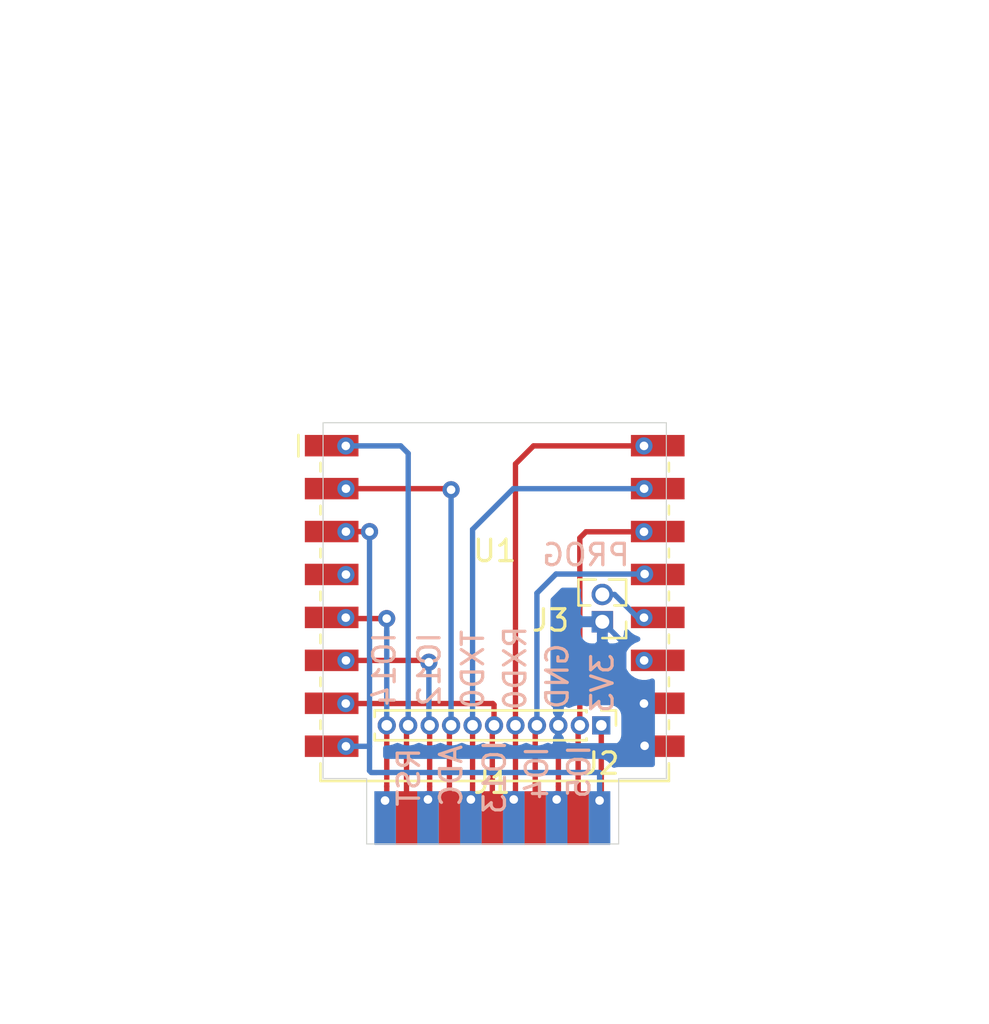
<source format=kicad_pcb>
(kicad_pcb (version 20171130) (host pcbnew 5.1.9+dfsg1-1)

  (general
    (thickness 1)
    (drawings 24)
    (tracks 142)
    (zones 0)
    (modules 4)
    (nets 15)
  )

  (page A4)
  (layers
    (0 F.Cu signal)
    (31 B.Cu signal)
    (32 B.Adhes user)
    (33 F.Adhes user)
    (34 B.Paste user)
    (35 F.Paste user)
    (36 B.SilkS user)
    (37 F.SilkS user)
    (38 B.Mask user)
    (39 F.Mask user)
    (40 Dwgs.User user)
    (41 Cmts.User user)
    (42 Eco1.User user)
    (43 Eco2.User user)
    (44 Edge.Cuts user)
    (45 Margin user)
    (46 B.CrtYd user)
    (47 F.CrtYd user)
    (48 B.Fab user)
    (49 F.Fab user)
  )

  (setup
    (last_trace_width 0.25)
    (trace_clearance 0.2)
    (zone_clearance 0.508)
    (zone_45_only no)
    (trace_min 0.2)
    (via_size 0.8)
    (via_drill 0.4)
    (via_min_size 0.4)
    (via_min_drill 0.3)
    (user_via 0.5 0.4)
    (uvia_size 0.3)
    (uvia_drill 0.1)
    (uvias_allowed no)
    (uvia_min_size 0.2)
    (uvia_min_drill 0.1)
    (edge_width 0.05)
    (segment_width 0.2)
    (pcb_text_width 0.3)
    (pcb_text_size 1.5 1.5)
    (mod_edge_width 0.12)
    (mod_text_size 1 1)
    (mod_text_width 0.15)
    (pad_size 1.524 1.524)
    (pad_drill 0.762)
    (pad_to_mask_clearance 0)
    (aux_axis_origin 0 0)
    (visible_elements FFFFFF7F)
    (pcbplotparams
      (layerselection 0x3fffc_ffffffff)
      (usegerberextensions false)
      (usegerberattributes true)
      (usegerberadvancedattributes true)
      (creategerberjobfile true)
      (excludeedgelayer true)
      (linewidth 0.100000)
      (plotframeref false)
      (viasonmask false)
      (mode 1)
      (useauxorigin false)
      (hpglpennumber 1)
      (hpglpenspeed 20)
      (hpglpendiameter 15.000000)
      (psnegative false)
      (psa4output false)
      (plotreference true)
      (plotvalue true)
      (plotinvisibletext false)
      (padsonsilk false)
      (subtractmaskfromsilk false)
      (outputformat 1)
      (mirror false)
      (drillshape 0)
      (scaleselection 1)
      (outputdirectory "gerber/"))
  )

  (net 0 "")
  (net 1 IO14)
  (net 2 3V3)
  (net 3 GND)
  (net 4 RXD0)
  (net 5 IO12)
  (net 6 TXD0)
  (net 7 IO5)
  (net 8 IO4)
  (net 9 IO13)
  (net 10 RST)
  (net 11 "Net-(U1-Pad11)")
  (net 12 "Net-(U1-Pad4)")
  (net 13 ADC)
  (net 14 /PROG)

  (net_class Default "This is the default net class."
    (clearance 0.2)
    (trace_width 0.25)
    (via_dia 0.8)
    (via_drill 0.4)
    (uvia_dia 0.3)
    (uvia_drill 0.1)
    (add_net /PROG)
    (add_net 3V3)
    (add_net ADC)
    (add_net GND)
    (add_net IO12)
    (add_net IO13)
    (add_net IO14)
    (add_net IO4)
    (add_net IO5)
    (add_net "Net-(U1-Pad11)")
    (add_net "Net-(U1-Pad4)")
    (add_net RST)
    (add_net RXD0)
    (add_net TXD0)
  )

  (module RF_Module:ESP-07 (layer F.Cu) (tedit 5B1D6972) (tstamp 60E5B907)
    (at 153.035 94.996)
    (descr "Wi-Fi Module, http://wiki.ai-thinker.com/_media/esp8266/docs/a007ps01a2_esp-07_product_specification_v1.2.pdf")
    (tags "Wi-Fi Module")
    (path /60E79C90)
    (attr smd)
    (fp_text reference U1 (at 0 0) (layer F.SilkS)
      (effects (font (size 1 1) (thickness 0.15)))
    )
    (fp_text value ESP-07 (at 0 9.6) (layer F.Fab)
      (effects (font (size 1 1) (thickness 0.15)))
    )
    (fp_line (start 8.12 -3.7) (end 8.12 -4.1) (layer F.SilkS) (width 0.12))
    (fp_line (start -8.12 -3.7) (end -8.12 -4.1) (layer F.SilkS) (width 0.12))
    (fp_line (start 8.12 -1.7) (end 8.12 -2.1) (layer F.SilkS) (width 0.12))
    (fp_line (start -8.12 -1.7) (end -8.12 -2.1) (layer F.SilkS) (width 0.12))
    (fp_line (start 8.12 0.3) (end 8.12 -0.1) (layer F.SilkS) (width 0.12))
    (fp_line (start -8.12 0.3) (end -8.12 -0.1) (layer F.SilkS) (width 0.12))
    (fp_line (start 8.12 2.3) (end 8.12 1.9) (layer F.SilkS) (width 0.12))
    (fp_line (start -8.12 2.3) (end -8.12 1.9) (layer F.SilkS) (width 0.12))
    (fp_line (start 8.12 4.3) (end 8.12 3.9) (layer F.SilkS) (width 0.12))
    (fp_line (start -8.12 4.3) (end -8.12 3.9) (layer F.SilkS) (width 0.12))
    (fp_line (start 8.12 6.3) (end 8.12 5.9) (layer F.SilkS) (width 0.12))
    (fp_line (start -8.12 6.3) (end -8.12 5.9) (layer F.SilkS) (width 0.12))
    (fp_line (start 8.12 8.3) (end 8.12 7.9) (layer F.SilkS) (width 0.12))
    (fp_line (start -8.12 8.3) (end -8.12 7.9) (layer F.SilkS) (width 0.12))
    (fp_line (start 23 -8.6) (end 20.4 -6) (layer Dwgs.User) (width 0.12))
    (fp_line (start 23 -11.6) (end 17.4 -6) (layer Dwgs.User) (width 0.12))
    (fp_line (start 23 -14.6) (end 14.4 -6) (layer Dwgs.User) (width 0.12))
    (fp_line (start 23 -17.6) (end 11.4 -6) (layer Dwgs.User) (width 0.12))
    (fp_line (start 23 -20.6) (end 8.4 -6) (layer Dwgs.User) (width 0.12))
    (fp_line (start 5.4 -6) (end 23 -23.6) (layer Dwgs.User) (width 0.12))
    (fp_line (start 19 -25.6) (end -0.6 -6) (layer Dwgs.User) (width 0.12))
    (fp_line (start 16 -25.6) (end -3.6 -6) (layer Dwgs.User) (width 0.12))
    (fp_line (start 2.4 -6) (end 22 -25.6) (layer Dwgs.User) (width 0.12))
    (fp_line (start 7 -25.6) (end -12.6 -6) (layer Dwgs.User) (width 0.12))
    (fp_line (start 10 -25.6) (end -9.6 -6) (layer Dwgs.User) (width 0.12))
    (fp_line (start -6.6 -6) (end 13 -25.6) (layer Dwgs.User) (width 0.12))
    (fp_line (start -15.6 -6) (end 4 -25.6) (layer Dwgs.User) (width 0.12))
    (fp_line (start 1 -25.6) (end -18.6 -6) (layer Dwgs.User) (width 0.12))
    (fp_line (start -2 -25.6) (end -21.6 -6) (layer Dwgs.User) (width 0.12))
    (fp_line (start -5 -25.6) (end -23 -7.6) (layer Dwgs.User) (width 0.12))
    (fp_line (start -8 -25.6) (end -23 -10.6) (layer Dwgs.User) (width 0.12))
    (fp_line (start -11 -25.6) (end -23 -13.6) (layer Dwgs.User) (width 0.12))
    (fp_line (start -14 -25.6) (end -23 -16.6) (layer Dwgs.User) (width 0.12))
    (fp_line (start -17 -25.6) (end -23 -19.6) (layer Dwgs.User) (width 0.12))
    (fp_line (start -20 -25.6) (end -23 -22.6) (layer Dwgs.User) (width 0.12))
    (fp_line (start 23 -6) (end 23 -25.6) (layer Dwgs.User) (width 0.12))
    (fp_line (start 23 -6) (end -23 -6) (layer Dwgs.User) (width 0.12))
    (fp_line (start -23 -25.6) (end -23 -6) (layer Dwgs.User) (width 0.12))
    (fp_line (start -23 -25.6) (end 23 -25.6) (layer Dwgs.User) (width 0.12))
    (fp_line (start -9.15 -5.4) (end -9.15 -4.4) (layer F.SilkS) (width 0.12))
    (fp_line (start -8.12 10.72) (end -8.12 9.9) (layer F.SilkS) (width 0.12))
    (fp_line (start 8.12 10.72) (end -8.12 10.72) (layer F.SilkS) (width 0.12))
    (fp_line (start 8.12 9.9) (end 8.12 10.72) (layer F.SilkS) (width 0.12))
    (fp_line (start -9.1 10.85) (end -9.1 -10.85) (layer F.CrtYd) (width 0.05))
    (fp_line (start 9.1 10.85) (end -9.1 10.85) (layer F.CrtYd) (width 0.05))
    (fp_line (start 9.1 -10.85) (end 9.1 10.85) (layer F.CrtYd) (width 0.05))
    (fp_line (start -9.1 -10.85) (end 9.1 -10.85) (layer F.CrtYd) (width 0.05))
    (fp_line (start -8 -5.4) (end -8 -10.6) (layer F.Fab) (width 0.1))
    (fp_line (start -7.5 -4.9) (end -8 -5.4) (layer F.Fab) (width 0.1))
    (fp_line (start -8 -4.4) (end -7.5 -4.9) (layer F.Fab) (width 0.1))
    (fp_line (start -8 10.6) (end -8 -4.4) (layer F.Fab) (width 0.1))
    (fp_line (start 8 10.6) (end -8 10.6) (layer F.Fab) (width 0.1))
    (fp_line (start 8 -10.6) (end 8 10.6) (layer F.Fab) (width 0.1))
    (fp_line (start -8 -10.6) (end 8 -10.6) (layer F.Fab) (width 0.1))
    (fp_text user "No metal, traces, or components\non any PCB layer if using on-board antenna" (at 0 -14.3 180) (layer Cmts.User)
      (effects (font (size 0.8 0.8) (thickness 0.12)))
    )
    (fp_text user "KEEP-OUT ZONE" (at 0 -17.3 180) (layer Cmts.User)
      (effects (font (size 1 1) (thickness 0.15)))
    )
    (fp_text user %R (at 0 0) (layer F.Fab)
      (effects (font (size 1 1) (thickness 0.15)))
    )
    (pad 1 smd rect (at -7.6 -4.9) (size 2.5 1) (layers F.Cu F.Paste F.Mask)
      (net 10 RST))
    (pad 2 smd rect (at -7.6 -2.9) (size 2.5 1) (layers F.Cu F.Paste F.Mask)
      (net 13 ADC))
    (pad 3 smd rect (at -7.6 -0.9) (size 2.5 1) (layers F.Cu F.Paste F.Mask)
      (net 2 3V3))
    (pad 4 smd rect (at -7.6 1.1) (size 2.5 1) (layers F.Cu F.Paste F.Mask)
      (net 12 "Net-(U1-Pad4)"))
    (pad 5 smd rect (at -7.6 3.1) (size 2.5 1) (layers F.Cu F.Paste F.Mask)
      (net 1 IO14))
    (pad 6 smd rect (at -7.6 5.1) (size 2.5 1) (layers F.Cu F.Paste F.Mask)
      (net 5 IO12))
    (pad 7 smd rect (at -7.6 7.1) (size 2.5 1) (layers F.Cu F.Paste F.Mask)
      (net 9 IO13))
    (pad 8 smd rect (at -7.6 9.1) (size 2.5 1) (layers F.Cu F.Paste F.Mask)
      (net 2 3V3))
    (pad 9 smd rect (at 7.6 9.1) (size 2.5 1) (layers F.Cu F.Paste F.Mask)
      (net 3 GND))
    (pad 10 smd rect (at 7.6 7.1) (size 2.5 1) (layers F.Cu F.Paste F.Mask)
      (net 3 GND))
    (pad 11 smd rect (at 7.6 5.1) (size 2.5 1) (layers F.Cu F.Paste F.Mask)
      (net 11 "Net-(U1-Pad11)"))
    (pad 12 smd rect (at 7.6 3.1) (size 2.5 1) (layers F.Cu F.Paste F.Mask)
      (net 14 /PROG))
    (pad 13 smd rect (at 7.6 1.1) (size 2.5 1) (layers F.Cu F.Paste F.Mask)
      (net 8 IO4))
    (pad 14 smd rect (at 7.6 -0.9) (size 2.5 1) (layers F.Cu F.Paste F.Mask)
      (net 7 IO5))
    (pad 15 smd rect (at 7.6 -2.9) (size 2.5 1) (layers F.Cu F.Paste F.Mask)
      (net 6 TXD0))
    (pad 16 smd rect (at 7.6 -4.9) (size 2.5 1) (layers F.Cu F.Paste F.Mask)
      (net 4 RXD0))
    (model ${KISYS3DMOD}/RF_Module.3dshapes/ESP-07.wrl
      (at (xyz 0 0 0))
      (scale (xyz 1 1 1))
      (rotate (xyz 0 0 0))
    )
  )

  (module edge-conn:edge-conn (layer F.Cu) (tedit 60E935E4) (tstamp 60E597D5)
    (at 152.9245 107.442)
    (path /60E57A3E)
    (fp_text reference J1 (at -0.016 -1.651) (layer F.SilkS)
      (effects (font (size 1 1) (thickness 0.15)))
    )
    (fp_text value Conn_01x11_Male (at 0 5.1) (layer F.Fab)
      (effects (font (size 1 1) (thickness 0.15)))
    )
    (pad 11 connect rect (at -5 0) (size 1 2.5) (layers B.Cu B.Mask)
      (net 1 IO14) (clearance 0.01))
    (pad 1 connect rect (at 5 0) (size 1 2.5) (layers B.Cu B.Mask)
      (net 2 3V3) (clearance 0.01))
    (pad 3 connect rect (at 3 0) (size 1 2.5) (layers B.Cu B.Mask)
      (net 3 GND) (clearance 0.01))
    (pad 5 connect rect (at 1 0) (size 1 2.5) (layers B.Cu B.Mask)
      (net 4 RXD0) (clearance 0.01))
    (pad 9 connect rect (at -3 0) (size 1 2.5) (layers B.Cu B.Mask)
      (net 5 IO12) (clearance 0.01))
    (pad 7 connect rect (at -1 0) (size 1 2.5) (layers B.Cu B.Mask)
      (net 6 TXD0) (clearance 0.01))
    (pad 2 connect rect (at 4 0) (size 1 2.5) (layers F.Cu F.Mask)
      (net 7 IO5) (clearance 0.01))
    (pad 4 connect rect (at 2 0) (size 1 2.5) (layers F.Cu F.Mask)
      (net 8 IO4) (clearance 0.01))
    (pad 6 connect rect (at 0 0) (size 1 2.5) (layers F.Cu F.Mask)
      (net 9 IO13) (clearance 0.01))
    (pad 8 connect rect (at -2 0) (size 1 2.5) (layers F.Cu F.Mask)
      (net 13 ADC) (clearance 0.01))
    (pad 10 connect rect (at -4 0) (size 1 2.5) (layers F.Cu F.Mask)
      (net 10 RST) (clearance 0.01))
  )

  (module Connector_PinHeader_1.27mm:PinHeader_1x02_P1.27mm_Vertical (layer F.Cu) (tedit 59FED6E3) (tstamp 60E5CC32)
    (at 158.0515 98.298 180)
    (descr "Through hole straight pin header, 1x02, 1.27mm pitch, single row")
    (tags "Through hole pin header THT 1x02 1.27mm single row")
    (path /60E850A3)
    (fp_text reference J3 (at 2.413 0.0635) (layer F.SilkS)
      (effects (font (size 1 1) (thickness 0.15)))
    )
    (fp_text value Conn_01x02_Male (at 0 2.965) (layer F.Fab)
      (effects (font (size 1 1) (thickness 0.15)))
    )
    (fp_line (start -0.525 -0.635) (end 1.05 -0.635) (layer F.Fab) (width 0.1))
    (fp_line (start 1.05 -0.635) (end 1.05 1.905) (layer F.Fab) (width 0.1))
    (fp_line (start 1.05 1.905) (end -1.05 1.905) (layer F.Fab) (width 0.1))
    (fp_line (start -1.05 1.905) (end -1.05 -0.11) (layer F.Fab) (width 0.1))
    (fp_line (start -1.05 -0.11) (end -0.525 -0.635) (layer F.Fab) (width 0.1))
    (fp_line (start -1.11 1.965) (end -0.30753 1.965) (layer F.SilkS) (width 0.12))
    (fp_line (start 0.30753 1.965) (end 1.11 1.965) (layer F.SilkS) (width 0.12))
    (fp_line (start -1.11 0.76) (end -1.11 1.965) (layer F.SilkS) (width 0.12))
    (fp_line (start 1.11 0.76) (end 1.11 1.965) (layer F.SilkS) (width 0.12))
    (fp_line (start -1.11 0.76) (end -0.563471 0.76) (layer F.SilkS) (width 0.12))
    (fp_line (start 0.563471 0.76) (end 1.11 0.76) (layer F.SilkS) (width 0.12))
    (fp_line (start -1.11 0) (end -1.11 -0.76) (layer F.SilkS) (width 0.12))
    (fp_line (start -1.11 -0.76) (end 0 -0.76) (layer F.SilkS) (width 0.12))
    (fp_line (start -1.55 -1.15) (end -1.55 2.45) (layer F.CrtYd) (width 0.05))
    (fp_line (start -1.55 2.45) (end 1.55 2.45) (layer F.CrtYd) (width 0.05))
    (fp_line (start 1.55 2.45) (end 1.55 -1.15) (layer F.CrtYd) (width 0.05))
    (fp_line (start 1.55 -1.15) (end -1.55 -1.15) (layer F.CrtYd) (width 0.05))
    (fp_text user %R (at 2.413 0.0635 180) (layer F.Fab)
      (effects (font (size 1 1) (thickness 0.15)))
    )
    (pad 2 thru_hole oval (at 0 1.27 180) (size 1 1) (drill 0.65) (layers *.Cu *.Mask)
      (net 14 /PROG))
    (pad 1 thru_hole rect (at 0 0 180) (size 1 1) (drill 0.65) (layers *.Cu *.Mask)
      (net 3 GND))
    (model ${KISYS3DMOD}/Connector_PinHeader_1.27mm.3dshapes/PinHeader_1x02_P1.27mm_Vertical.wrl
      (at (xyz 0 0 0))
      (scale (xyz 1 1 1))
      (rotate (xyz 0 0 0))
    )
  )

  (module Connector_PinHeader_1.00mm:PinHeader_1x11_P1.00mm_Vertical (layer F.Cu) (tedit 59FED738) (tstamp 60E5AFF9)
    (at 158.003 103.124 270)
    (descr "Through hole straight pin header, 1x11, 1.00mm pitch, single row")
    (tags "Through hole pin header THT 1x11 1.00mm single row")
    (path /60E768CC)
    (fp_text reference J2 (at 1.778 0.015 180) (layer F.SilkS)
      (effects (font (size 1 1) (thickness 0.15)))
    )
    (fp_text value Conn_01x11_Male (at 0 11.56 90) (layer F.Fab)
      (effects (font (size 1 1) (thickness 0.15)))
    )
    (fp_line (start -0.3175 -0.5) (end 0.635 -0.5) (layer F.Fab) (width 0.1))
    (fp_line (start 0.635 -0.5) (end 0.635 10.5) (layer F.Fab) (width 0.1))
    (fp_line (start 0.635 10.5) (end -0.635 10.5) (layer F.Fab) (width 0.1))
    (fp_line (start -0.635 10.5) (end -0.635 -0.1825) (layer F.Fab) (width 0.1))
    (fp_line (start -0.635 -0.1825) (end -0.3175 -0.5) (layer F.Fab) (width 0.1))
    (fp_line (start -0.695 10.56) (end -0.394493 10.56) (layer F.SilkS) (width 0.12))
    (fp_line (start 0.394493 10.56) (end 0.695 10.56) (layer F.SilkS) (width 0.12))
    (fp_line (start -0.695 0.685) (end -0.695 10.56) (layer F.SilkS) (width 0.12))
    (fp_line (start 0.695 0.685) (end 0.695 10.56) (layer F.SilkS) (width 0.12))
    (fp_line (start -0.695 0.685) (end -0.608276 0.685) (layer F.SilkS) (width 0.12))
    (fp_line (start 0.608276 0.685) (end 0.695 0.685) (layer F.SilkS) (width 0.12))
    (fp_line (start -0.695 0) (end -0.695 -0.685) (layer F.SilkS) (width 0.12))
    (fp_line (start -0.695 -0.685) (end 0 -0.685) (layer F.SilkS) (width 0.12))
    (fp_line (start -1.15 -1) (end -1.15 11) (layer F.CrtYd) (width 0.05))
    (fp_line (start -1.15 11) (end 1.15 11) (layer F.CrtYd) (width 0.05))
    (fp_line (start 1.15 11) (end 1.15 -1) (layer F.CrtYd) (width 0.05))
    (fp_line (start 1.15 -1) (end -1.15 -1) (layer F.CrtYd) (width 0.05))
    (fp_text user %R (at 0 5) (layer F.Fab)
      (effects (font (size 0.76 0.76) (thickness 0.114)))
    )
    (pad 11 thru_hole oval (at 0 10 270) (size 0.85 0.85) (drill 0.5) (layers *.Cu *.Mask)
      (net 1 IO14))
    (pad 10 thru_hole oval (at 0 9 270) (size 0.85 0.85) (drill 0.5) (layers *.Cu *.Mask)
      (net 10 RST))
    (pad 9 thru_hole oval (at 0 8 270) (size 0.85 0.85) (drill 0.5) (layers *.Cu *.Mask)
      (net 5 IO12))
    (pad 8 thru_hole oval (at 0 7 270) (size 0.85 0.85) (drill 0.5) (layers *.Cu *.Mask)
      (net 13 ADC))
    (pad 7 thru_hole oval (at 0 6 270) (size 0.85 0.85) (drill 0.5) (layers *.Cu *.Mask)
      (net 6 TXD0))
    (pad 6 thru_hole oval (at 0 5 270) (size 0.85 0.85) (drill 0.5) (layers *.Cu *.Mask)
      (net 9 IO13))
    (pad 5 thru_hole oval (at 0 4 270) (size 0.85 0.85) (drill 0.5) (layers *.Cu *.Mask)
      (net 4 RXD0))
    (pad 4 thru_hole oval (at 0 3 270) (size 0.85 0.85) (drill 0.5) (layers *.Cu *.Mask)
      (net 8 IO4))
    (pad 3 thru_hole oval (at 0 2 270) (size 0.85 0.85) (drill 0.5) (layers *.Cu *.Mask)
      (net 3 GND))
    (pad 2 thru_hole oval (at 0 1 270) (size 0.85 0.85) (drill 0.5) (layers *.Cu *.Mask)
      (net 7 IO5))
    (pad 1 thru_hole rect (at 0 0 270) (size 0.85 0.85) (drill 0.5) (layers *.Cu *.Mask)
      (net 2 3V3))
    (model ${KISYS3DMOD}/Connector_PinHeader_1.00mm.3dshapes/PinHeader_1x11_P1.00mm_Vertical.wrl
      (at (xyz 0 0 0))
      (scale (xyz 1 1 1))
      (rotate (xyz 0 0 0))
    )
  )

  (gr_text PROG (at 157.2895 95.1865) (layer B.SilkS)
    (effects (font (size 1 1) (thickness 0.15)) (justify mirror))
  )
  (gr_text 3V3 (at 158.0515 101.1555 90) (layer B.SilkS)
    (effects (font (size 1 1) (thickness 0.15)) (justify mirror))
  )
  (gr_text IO5 (at 156.972 105.283 90) (layer B.SilkS)
    (effects (font (size 1 1) (thickness 0.15)) (justify mirror))
  )
  (gr_text GND (at 155.956 100.838 90) (layer B.SilkS)
    (effects (font (size 1 1) (thickness 0.15)) (justify mirror))
  )
  (gr_text IO4 (at 155.0035 105.3465 90) (layer B.SilkS)
    (effects (font (size 1 1) (thickness 0.15)) (justify mirror))
  )
  (gr_text RXD0 (at 153.9875 100.457 90) (layer B.SilkS)
    (effects (font (size 1 1) (thickness 0.15)) (justify mirror))
  )
  (gr_text IO13 (at 153.035 105.537 90) (layer B.SilkS) (tstamp 60E5CBCD)
    (effects (font (size 1 1) (thickness 0.15)) (justify mirror))
  )
  (gr_text TXD0 (at 152.019 100.5205 90) (layer B.SilkS)
    (effects (font (size 1 1) (thickness 0.15)) (justify mirror))
  )
  (gr_text ADC (at 151.003 105.4735 90) (layer B.SilkS)
    (effects (font (size 1 1) (thickness 0.15)) (justify mirror))
  )
  (gr_text IO12 (at 149.987 100.5205 90) (layer B.SilkS)
    (effects (font (size 1 1) (thickness 0.15)) (justify mirror))
  )
  (gr_text RST (at 149.0345 105.537 90) (layer B.SilkS)
    (effects (font (size 1 1) (thickness 0.15)) (justify mirror))
  )
  (gr_text IO14 (at 147.8915 100.5205 90) (layer B.SilkS)
    (effects (font (size 1 1) (thickness 0.15)) (justify mirror))
  )
  (dimension 16.001001 (width 0.15) (layer Dwgs.User)
    (gr_text "16,001 mm" (at 153.037902 117.69325 0.01611343047) (layer Dwgs.User)
      (effects (font (size 1 1) (thickness 0.15)))
    )
    (feature1 (pts (xy 145.034 105.6005) (xy 145.037201 116.98192)))
    (feature2 (pts (xy 161.035 105.596) (xy 161.038201 116.97742)))
    (crossbar (pts (xy 161.038036 116.391) (xy 145.037036 116.3955)))
    (arrow1a (pts (xy 145.037036 116.3955) (xy 146.163375 115.808762)))
    (arrow1b (pts (xy 145.037036 116.3955) (xy 146.163705 116.981604)))
    (arrow2a (pts (xy 161.038036 116.391) (xy 159.911367 115.804896)))
    (arrow2b (pts (xy 161.038036 116.391) (xy 159.911697 116.977738)))
  )
  (dimension 3.048 (width 0.15) (layer Dwgs.User)
    (gr_text "3,048 mm" (at 168.3685 107.1245 270) (layer Dwgs.User)
      (effects (font (size 1 1) (thickness 0.15)))
    )
    (feature1 (pts (xy 158.8135 108.6485) (xy 167.654921 108.6485)))
    (feature2 (pts (xy 158.8135 105.6005) (xy 167.654921 105.6005)))
    (crossbar (pts (xy 167.0685 105.6005) (xy 167.0685 108.6485)))
    (arrow1a (pts (xy 167.0685 108.6485) (xy 166.482079 107.521996)))
    (arrow1b (pts (xy 167.0685 108.6485) (xy 167.654921 107.521996)))
    (arrow2a (pts (xy 167.0685 105.6005) (xy 166.482079 106.727004)))
    (arrow2b (pts (xy 167.0685 105.6005) (xy 167.654921 106.727004)))
  )
  (dimension 11.7475 (width 0.15) (layer Dwgs.User) (tstamp 60E992B4)
    (gr_text "11,748 mm" (at 152.93975 112.933) (layer Dwgs.User) (tstamp 60E992B4)
      (effects (font (size 1 1) (thickness 0.15)))
    )
    (feature1 (pts (xy 158.8135 108.6485) (xy 158.8135 112.219421)))
    (feature2 (pts (xy 147.066 108.6485) (xy 147.066 112.219421)))
    (crossbar (pts (xy 147.066 111.633) (xy 158.8135 111.633)))
    (arrow1a (pts (xy 158.8135 111.633) (xy 157.686996 112.219421)))
    (arrow1b (pts (xy 158.8135 111.633) (xy 157.686996 111.046579)))
    (arrow2a (pts (xy 147.066 111.633) (xy 148.192504 112.219421)))
    (arrow2b (pts (xy 147.066 111.633) (xy 148.192504 111.046579)))
  )
  (dimension 16.569 (width 0.15) (layer Dwgs.User)
    (gr_text "16,569 mm" (at 166.018499 97.3118 89.99654199) (layer Dwgs.User)
      (effects (font (size 1 1) (thickness 0.15)))
    )
    (feature1 (pts (xy 161.035 105.596) (xy 165.30442 105.596258)))
    (feature2 (pts (xy 161.036 89.027) (xy 165.30542 89.027258)))
    (crossbar (pts (xy 164.718999 89.027222) (xy 164.717999 105.596222)))
    (arrow1a (pts (xy 164.717999 105.596222) (xy 164.131646 104.469683)))
    (arrow1b (pts (xy 164.717999 105.596222) (xy 165.304488 104.469754)))
    (arrow2a (pts (xy 164.718999 89.027222) (xy 164.13251 90.15369)))
    (arrow2b (pts (xy 164.718999 89.027222) (xy 165.305352 90.153761)))
  )
  (gr_line (start 161.036 89.027) (end 145.034 89.027) (layer Edge.Cuts) (width 0.05) (tstamp 60E59A01))
  (gr_line (start 161.036 105.6005) (end 161.036 89.027) (layer Edge.Cuts) (width 0.05))
  (gr_line (start 158.8135 105.6005) (end 161.036 105.6005) (layer Edge.Cuts) (width 0.05))
  (gr_line (start 158.8135 108.6485) (end 158.8135 105.6005) (layer Edge.Cuts) (width 0.05))
  (gr_line (start 147.066 108.6485) (end 158.8135 108.6485) (layer Edge.Cuts) (width 0.05))
  (gr_line (start 147.066 105.6005) (end 147.066 108.6485) (layer Edge.Cuts) (width 0.05))
  (gr_line (start 145.034 105.6005) (end 147.066 105.6005) (layer Edge.Cuts) (width 0.05))
  (gr_line (start 145.034 89.027) (end 145.034 105.6005) (layer Edge.Cuts) (width 0.05))

  (segment (start 147.924 103.203) (end 148.003 103.124) (width 0.25) (layer B.Cu) (net 1))
  (segment (start 147.924 108.331) (end 147.924 107.346) (width 0.25) (layer B.Cu) (net 1))
  (segment (start 148.003 103.124) (end 148.003 105.966) (width 0.25) (layer F.Cu) (net 1))
  (via (at 146.0925 98.1075) (size 0.8) (drill 0.4) (layers F.Cu B.Cu) (net 1))
  (segment (start 148.003 98.153) (end 148.003 98.953) (width 0.25) (layer B.Cu) (net 1))
  (segment (start 147.9575 98.1075) (end 148 98.15) (width 0.25) (layer B.Cu) (net 1))
  (segment (start 148.003 98.953) (end 148.003 98.727) (width 0.25) (layer B.Cu) (net 1))
  (segment (start 148.003 103.124) (end 148.003 98.953) (width 0.25) (layer B.Cu) (net 1))
  (segment (start 148 98.15) (end 148.003 98.153) (width 0.25) (layer B.Cu) (net 1) (tstamp 6107A3B6))
  (via (at 148 98.15) (size 0.8) (drill 0.4) (layers F.Cu B.Cu) (net 1))
  (segment (start 146.135 98.15) (end 146.0925 98.1075) (width 0.25) (layer F.Cu) (net 1))
  (segment (start 148 98.15) (end 146.135 98.15) (width 0.25) (layer F.Cu) (net 1))
  (segment (start 147.924 106.626) (end 147.924 107.4415) (width 0.25) (layer B.Cu) (net 1) (tstamp 6107A948))
  (segment (start 147.924 107.4415) (end 147.9245 107.442) (width 0.25) (layer B.Cu) (net 1))
  (via (at 147.924 106.626) (size 0.8) (drill 0.4) (layers F.Cu B.Cu) (net 1))
  (segment (start 148.003 106.547) (end 147.924 106.626) (width 0.25) (layer F.Cu) (net 1))
  (segment (start 148.003 105.966) (end 148.003 106.547) (width 0.25) (layer F.Cu) (net 1))
  (via (at 146.1 104.1) (size 0.8) (drill 0.4) (layers F.Cu B.Cu) (net 2))
  (via (at 146.1 94.1) (size 0.8) (drill 0.4) (layers F.Cu B.Cu) (net 2))
  (segment (start 157.924 103.203) (end 158.003 103.124) (width 0.25) (layer B.Cu) (net 2))
  (segment (start 157.924 108.331) (end 157.924 107.3155) (width 0.25) (layer B.Cu) (net 2))
  (segment (start 157.924 107.4415) (end 157.9245 107.442) (width 0.25) (layer B.Cu) (net 2))
  (segment (start 147.319999 105.319999) (end 147.530001 105.319999) (width 0.25) (layer B.Cu) (net 2))
  (segment (start 147.530001 105.319999) (end 147.280487 105.319999) (width 0.25) (layer B.Cu) (net 2))
  (segment (start 147.2 94.1) (end 147.2 94.1) (width 0.25) (layer B.Cu) (net 2) (tstamp 6107A830))
  (via (at 147.2 94.1) (size 0.8) (drill 0.4) (layers F.Cu B.Cu) (net 2))
  (segment (start 147.2 105.239512) (end 147.280487 105.319999) (width 0.25) (layer B.Cu) (net 2))
  (segment (start 147.2 104.1) (end 147.2 105.239512) (width 0.25) (layer B.Cu) (net 2))
  (segment (start 147.2 104.1) (end 147.2 94.1) (width 0.25) (layer B.Cu) (net 2))
  (segment (start 147.2 94.1) (end 146.1 94.1) (width 0.25) (layer F.Cu) (net 2))
  (segment (start 147.2 104.1) (end 146.1 104.1) (width 0.25) (layer B.Cu) (net 2))
  (segment (start 157.924 106.626) (end 157.924 107.4415) (width 0.25) (layer B.Cu) (net 2) (tstamp 6107A952))
  (via (at 157.924 106.626) (size 0.8) (drill 0.4) (layers F.Cu B.Cu) (net 2))
  (segment (start 158.003 106.547) (end 157.924 106.626) (width 0.25) (layer F.Cu) (net 2))
  (segment (start 158.003 103.124) (end 158.003 106.547) (width 0.25) (layer F.Cu) (net 2))
  (segment (start 157.924 105.324) (end 157.924 106.626) (width 0.25) (layer B.Cu) (net 2))
  (segment (start 157.919999 105.319999) (end 157.924 105.324) (width 0.25) (layer B.Cu) (net 2))
  (segment (start 147.530001 105.319999) (end 157.919999 105.319999) (width 0.25) (layer B.Cu) (net 2))
  (segment (start 155.924 103.203) (end 156.003 103.124) (width 0.25) (layer B.Cu) (net 3))
  (segment (start 155.924 108.331) (end 155.924 107.347) (width 0.25) (layer B.Cu) (net 3))
  (segment (start 159.0675 102.108) (end 159.992 102.108) (width 0.25) (layer B.Cu) (net 3))
  (segment (start 156.003 103.124) (end 156.003 105.966) (width 0.25) (layer F.Cu) (net 3))
  (segment (start 155.924 107.4415) (end 155.9245 107.442) (width 0.25) (layer B.Cu) (net 3))
  (via (at 159.992 102.108) (size 0.8) (drill 0.4) (layers F.Cu B.Cu) (net 3))
  (segment (start 156.003 103.72504) (end 156.35446 104.0765) (width 0.25) (layer B.Cu) (net 3))
  (segment (start 156.003 103.124) (end 156.003 103.72504) (width 0.25) (layer B.Cu) (net 3))
  (via (at 160.0235 104.0765) (size 0.8) (drill 0.4) (layers F.Cu B.Cu) (net 3))
  (segment (start 159.5755 104.0765) (end 160.0235 104.0765) (width 0.25) (layer B.Cu) (net 3))
  (segment (start 159.0675 102.108) (end 159.0675 104.0675) (width 0.25) (layer B.Cu) (net 3))
  (segment (start 159.0675 104.0675) (end 159.0765 104.0765) (width 0.25) (layer B.Cu) (net 3))
  (segment (start 159.0765 104.0765) (end 160.0235 104.0765) (width 0.25) (layer B.Cu) (net 3))
  (segment (start 156.35446 104.0765) (end 159.0765 104.0765) (width 0.25) (layer B.Cu) (net 3))
  (segment (start 159.05 102.0905) (end 159.0675 102.108) (width 0.25) (layer B.Cu) (net 3))
  (segment (start 159.05 99.2965) (end 159.05 102.0905) (width 0.25) (layer B.Cu) (net 3))
  (segment (start 158.0515 98.298) (end 159.05 99.2965) (width 0.25) (layer B.Cu) (net 3))
  (segment (start 155.924 106.576) (end 155.924 107.4415) (width 0.25) (layer B.Cu) (net 3) (tstamp 6107A950))
  (via (at 155.924 106.576) (size 0.8) (drill 0.4) (layers F.Cu B.Cu) (net 3))
  (segment (start 156.003 106.497) (end 155.924 106.576) (width 0.25) (layer F.Cu) (net 3))
  (segment (start 156.003 105.966) (end 156.003 106.497) (width 0.25) (layer F.Cu) (net 3))
  (via (at 160 92.1) (size 0.8) (drill 0.4) (layers F.Cu B.Cu) (net 6))
  (segment (start 153.924 103.203) (end 154.003 103.124) (width 0.25) (layer B.Cu) (net 4))
  (segment (start 153.924 108.331) (end 153.924 107.315) (width 0.25) (layer B.Cu) (net 4))
  (segment (start 154.003 103.124) (end 154.003 105.966) (width 0.25) (layer F.Cu) (net 4))
  (segment (start 153.924 107.4415) (end 153.9245 107.442) (width 0.25) (layer B.Cu) (net 4))
  (segment (start 153.924 106.576) (end 153.924 107.4415) (width 0.25) (layer B.Cu) (net 4) (tstamp 6107A94E))
  (via (at 153.924 106.576) (size 0.8) (drill 0.4) (layers F.Cu B.Cu) (net 4))
  (segment (start 154.003 106.497) (end 153.924 106.576) (width 0.25) (layer F.Cu) (net 4))
  (segment (start 154.003 105.966) (end 154.003 106.497) (width 0.25) (layer F.Cu) (net 4))
  (segment (start 149.883 100.099) (end 146.101 100.099) (width 0.25) (layer F.Cu) (net 5))
  (segment (start 150.003 100.219) (end 149.967 100.183) (width 0.25) (layer F.Cu) (net 5))
  (segment (start 149.924 103.203) (end 150.003 103.124) (width 0.25) (layer B.Cu) (net 5))
  (segment (start 149.924 108.331) (end 149.924 107.3145) (width 0.25) (layer B.Cu) (net 5))
  (segment (start 150.003 103.124) (end 150.003 105.966) (width 0.25) (layer F.Cu) (net 5))
  (segment (start 149.924 107.4415) (end 149.9245 107.442) (width 0.25) (layer B.Cu) (net 5))
  (segment (start 146.101 100.099) (end 145.435 100.099) (width 0.25) (layer F.Cu) (net 5) (tstamp 6107A0D9))
  (via (at 146.101 100.099) (size 0.8) (drill 0.4) (layers F.Cu B.Cu) (net 5))
  (segment (start 149.967 100.183) (end 149.883 100.099) (width 0.25) (layer F.Cu) (net 5) (tstamp 6107A3B3))
  (via (at 149.967 100.183) (size 0.8) (drill 0.4) (layers F.Cu B.Cu) (net 5))
  (segment (start 149.967 103.088) (end 150.003 103.124) (width 0.25) (layer B.Cu) (net 5))
  (segment (start 149.967 100.183) (end 149.967 103.088) (width 0.25) (layer B.Cu) (net 5))
  (segment (start 149.924 106.576) (end 149.924 107.4415) (width 0.25) (layer B.Cu) (net 5) (tstamp 6107A94A))
  (via (at 149.924 106.576) (size 0.8) (drill 0.4) (layers F.Cu B.Cu) (net 5))
  (segment (start 150.003 106.497) (end 149.924 106.576) (width 0.25) (layer F.Cu) (net 5))
  (segment (start 150.003 105.966) (end 150.003 106.497) (width 0.25) (layer F.Cu) (net 5))
  (segment (start 151.924 103.203) (end 152.003 103.124) (width 0.25) (layer B.Cu) (net 6))
  (segment (start 151.924 108.331) (end 151.924 107.283) (width 0.25) (layer B.Cu) (net 6))
  (segment (start 152.003 103.124) (end 152.003 105.966) (width 0.25) (layer F.Cu) (net 6))
  (segment (start 151.924 107.4415) (end 151.9245 107.442) (width 0.25) (layer B.Cu) (net 6))
  (via (at 159.9935 90.1065) (size 0.8) (drill 0.4) (layers F.Cu B.Cu) (net 4))
  (segment (start 154.003 103.124) (end 154.003 90.947) (width 0.25) (layer F.Cu) (net 4))
  (segment (start 154.8435 90.1065) (end 159.9935 90.1065) (width 0.25) (layer F.Cu) (net 4))
  (segment (start 154.003 90.947) (end 154.8435 90.1065) (width 0.25) (layer F.Cu) (net 4))
  (segment (start 151.924 106.576) (end 151.924 107.4415) (width 0.25) (layer B.Cu) (net 6) (tstamp 6107A94C))
  (via (at 151.924 106.576) (size 0.8) (drill 0.4) (layers F.Cu B.Cu) (net 6))
  (segment (start 152.003 106.497) (end 151.924 106.576) (width 0.25) (layer F.Cu) (net 6))
  (segment (start 152.003 105.966) (end 152.003 106.497) (width 0.25) (layer F.Cu) (net 6))
  (segment (start 152.003 103.124) (end 152.003 93.997) (width 0.25) (layer B.Cu) (net 6))
  (segment (start 153.9 92.1) (end 160 92.1) (width 0.25) (layer B.Cu) (net 6))
  (segment (start 152.003 93.997) (end 153.9 92.1) (width 0.25) (layer B.Cu) (net 6))
  (segment (start 157.003 103.124) (end 157.003 94.3935) (width 0.25) (layer F.Cu) (net 7))
  (segment (start 157.2895 94.107) (end 159.993 94.107) (width 0.25) (layer F.Cu) (net 7))
  (segment (start 157.003 94.3935) (end 157.2895 94.107) (width 0.25) (layer F.Cu) (net 7))
  (segment (start 156.924 103.203) (end 157.003 103.124) (width 0.25) (layer F.Cu) (net 7))
  (segment (start 156.924 108.331) (end 156.924 103.203) (width 0.25) (layer F.Cu) (net 7))
  (segment (start 159.993 94.107) (end 161.19399 94.107) (width 0.25) (layer F.Cu) (net 7) (tstamp 6107A10C))
  (via (at 159.993 94.107) (size 0.8) (drill 0.4) (layers F.Cu B.Cu) (net 7))
  (segment (start 155.003 103.124) (end 155.003 96.965) (width 0.25) (layer B.Cu) (net 8))
  (segment (start 155.8925 96.0755) (end 160.0245 96.0755) (width 0.25) (layer B.Cu) (net 8))
  (segment (start 155.003 96.965) (end 155.8925 96.0755) (width 0.25) (layer B.Cu) (net 8))
  (segment (start 154.924 103.203) (end 155.003 103.124) (width 0.25) (layer F.Cu) (net 8))
  (segment (start 154.924 108.331) (end 154.924 103.203) (width 0.25) (layer F.Cu) (net 8))
  (via (at 160.0245 96.0755) (size 0.8) (drill 0.4) (layers F.Cu B.Cu) (net 8))
  (segment (start 152.924 103.203) (end 153.003 103.124) (width 0.25) (layer F.Cu) (net 9))
  (segment (start 152.924 108.331) (end 152.924 103.203) (width 0.25) (layer F.Cu) (net 9))
  (segment (start 146.304 102.108) (end 146.092 102.108) (width 0.25) (layer B.Cu) (net 9))
  (via (at 146.092 102.108) (size 0.8) (drill 0.4) (layers F.Cu B.Cu) (net 9))
  (segment (start 152.948 102.108) (end 146.092 102.108) (width 0.25) (layer F.Cu) (net 9))
  (segment (start 153.003 102.163) (end 152.948 102.108) (width 0.25) (layer F.Cu) (net 9))
  (segment (start 153.003 103.124) (end 153.003 102.163) (width 0.25) (layer F.Cu) (net 9))
  (segment (start 149.003 103.124) (end 149.003 90.456) (width 0.25) (layer B.Cu) (net 10))
  (segment (start 148.6535 90.1065) (end 146.0935 90.1065) (width 0.25) (layer B.Cu) (net 10))
  (segment (start 149.003 90.456) (end 148.6535 90.1065) (width 0.25) (layer B.Cu) (net 10))
  (segment (start 148.924 103.203) (end 149.003 103.124) (width 0.25) (layer F.Cu) (net 10))
  (segment (start 148.924 108.331) (end 148.924 103.203) (width 0.25) (layer F.Cu) (net 10))
  (via (at 146.0935 90.1065) (size 0.8) (drill 0.4) (layers F.Cu B.Cu) (net 10))
  (via (at 160 100.1) (size 0.8) (drill 0.4) (layers F.Cu B.Cu) (net 11))
  (via (at 146.1 96.1) (size 0.8) (drill 0.4) (layers F.Cu B.Cu) (net 12))
  (segment (start 150.924 103.203) (end 151.003 103.124) (width 0.25) (layer F.Cu) (net 13))
  (segment (start 150.924 108.331) (end 150.924 103.203) (width 0.25) (layer F.Cu) (net 13))
  (segment (start 146.101 92.099) (end 145.435 92.099) (width 0.25) (layer F.Cu) (net 13) (tstamp 6107A0D3))
  (via (at 146.101 92.099) (size 0.8) (drill 0.4) (layers F.Cu B.Cu) (net 13))
  (segment (start 151.003 92.151) (end 151.003 92.3925) (width 0.25) (layer F.Cu) (net 13))
  (segment (start 150.951 92.099) (end 151.001 92.149) (width 0.25) (layer F.Cu) (net 13))
  (segment (start 146.101 92.099) (end 150.951 92.099) (width 0.25) (layer F.Cu) (net 13))
  (segment (start 151.001 92.149) (end 151.003 92.151) (width 0.25) (layer F.Cu) (net 13) (tstamp 6107A423))
  (via (at 151.001 92.149) (size 0.8) (drill 0.4) (layers F.Cu B.Cu) (net 13))
  (segment (start 151.001 103.122) (end 151.003 103.124) (width 0.25) (layer B.Cu) (net 13))
  (segment (start 151.001 92.149) (end 151.001 103.122) (width 0.25) (layer B.Cu) (net 13))
  (segment (start 158.0515 97.028) (end 158.623 97.028) (width 0.25) (layer B.Cu) (net 14))
  (segment (start 159.7025 98.1075) (end 159.9925 98.1075) (width 0.25) (layer B.Cu) (net 14))
  (segment (start 158.623 97.028) (end 159.7025 98.1075) (width 0.25) (layer B.Cu) (net 14))
  (via (at 159.9925 98.1075) (size 0.8) (drill 0.4) (layers F.Cu B.Cu) (net 14))

  (zone (net 3) (net_name GND) (layer B.Cu) (tstamp 60E5BA4E) (hatch edge 0.508)
    (connect_pads (clearance 0.508))
    (min_thickness 0.254)
    (fill yes (arc_segments 32) (thermal_gap 0.508) (thermal_bridge_width 0.508))
    (polygon
      (pts
        (xy 161.036 108.3945) (xy 145.034 108.3945) (xy 145.034 88.9635) (xy 161.036 89.027)
      )
    )
    (filled_polygon
      (pts
        (xy 156.0515 107.315) (xy 156.0715 107.315) (xy 156.0715 107.569) (xy 156.0515 107.569) (xy 156.0515 107.589)
        (xy 155.7975 107.589) (xy 155.7975 107.569) (xy 155.7775 107.569) (xy 155.7775 107.315) (xy 155.7975 107.315)
        (xy 155.7975 107.295) (xy 156.0515 107.295)
      )
    )
    (filled_polygon
      (pts
        (xy 156.9165 96.916212) (xy 156.9165 97.139788) (xy 156.960117 97.359067) (xy 157.006388 97.470774) (xy 156.961998 97.55382)
        (xy 156.925688 97.673518) (xy 156.913428 97.798) (xy 156.9165 98.01225) (xy 157.07525 98.171) (xy 157.9245 98.171)
        (xy 157.9245 98.159974) (xy 157.939712 98.163) (xy 158.163288 98.163) (xy 158.1785 98.159974) (xy 158.1785 98.171)
        (xy 158.1985 98.171) (xy 158.1985 98.425) (xy 158.1785 98.425) (xy 158.1785 99.27425) (xy 158.33725 99.433)
        (xy 158.5515 99.436072) (xy 158.675982 99.423812) (xy 158.79568 99.387502) (xy 158.905994 99.328537) (xy 159.002685 99.249185)
        (xy 159.082037 99.152494) (xy 159.141002 99.04218) (xy 159.177312 98.922482) (xy 159.189572 98.798) (xy 159.18914 98.767851)
        (xy 159.332726 98.911437) (xy 159.502244 99.024705) (xy 159.690602 99.102726) (xy 159.6995 99.104496) (xy 159.698102 99.104774)
        (xy 159.509744 99.182795) (xy 159.340226 99.296063) (xy 159.196063 99.440226) (xy 159.082795 99.609744) (xy 159.004774 99.798102)
        (xy 158.965 99.998061) (xy 158.965 100.201939) (xy 159.004774 100.401898) (xy 159.082795 100.590256) (xy 159.196063 100.759774)
        (xy 159.340226 100.903937) (xy 159.509744 101.017205) (xy 159.698102 101.095226) (xy 159.898061 101.135) (xy 160.101939 101.135)
        (xy 160.301898 101.095226) (xy 160.376 101.064532) (xy 160.376 104.9405) (xy 158.845919 104.9405) (xy 158.8135 104.937307)
        (xy 158.781081 104.9405) (xy 158.684117 104.95005) (xy 158.599581 104.975694) (xy 158.558974 104.899724) (xy 158.464001 104.783999)
        (xy 158.461804 104.782196) (xy 158.46 104.779998) (xy 158.344275 104.685025) (xy 158.212246 104.614453) (xy 158.068985 104.570996)
        (xy 157.957332 104.559999) (xy 157.957321 104.559999) (xy 157.919999 104.556323) (xy 157.882677 104.559999) (xy 147.96 104.559999)
        (xy 147.96 104.184) (xy 148.107401 104.184) (xy 148.312191 104.143265) (xy 148.503 104.064229) (xy 148.693809 104.143265)
        (xy 148.898599 104.184) (xy 149.107401 104.184) (xy 149.312191 104.143265) (xy 149.503 104.064229) (xy 149.693809 104.143265)
        (xy 149.898599 104.184) (xy 150.107401 104.184) (xy 150.312191 104.143265) (xy 150.503 104.064229) (xy 150.693809 104.143265)
        (xy 150.898599 104.184) (xy 151.107401 104.184) (xy 151.312191 104.143265) (xy 151.503 104.064229) (xy 151.693809 104.143265)
        (xy 151.898599 104.184) (xy 152.107401 104.184) (xy 152.312191 104.143265) (xy 152.503 104.064229) (xy 152.693809 104.143265)
        (xy 152.898599 104.184) (xy 153.107401 104.184) (xy 153.312191 104.143265) (xy 153.503 104.064229) (xy 153.693809 104.143265)
        (xy 153.898599 104.184) (xy 154.107401 104.184) (xy 154.312191 104.143265) (xy 154.503 104.064229) (xy 154.693809 104.143265)
        (xy 154.898599 104.184) (xy 155.107401 104.184) (xy 155.312191 104.143265) (xy 155.505098 104.06336) (xy 155.510118 104.060006)
        (xy 155.67775 104.132872) (xy 155.712938 104.14354) (xy 155.876 104.016257) (xy 155.876 103.725413) (xy 155.94236 103.626098)
        (xy 156.003 103.479701) (xy 156.06364 103.626098) (xy 156.13 103.725413) (xy 156.13 104.016257) (xy 156.293062 104.14354)
        (xy 156.32825 104.132872) (xy 156.495882 104.060006) (xy 156.500902 104.06336) (xy 156.693809 104.143265) (xy 156.898599 104.184)
        (xy 157.107401 104.184) (xy 157.312191 104.143265) (xy 157.329397 104.136138) (xy 157.33382 104.138502) (xy 157.453518 104.174812)
        (xy 157.578 104.187072) (xy 158.428 104.187072) (xy 158.552482 104.174812) (xy 158.67218 104.138502) (xy 158.782494 104.079537)
        (xy 158.879185 104.000185) (xy 158.958537 103.903494) (xy 159.017502 103.79318) (xy 159.053812 103.673482) (xy 159.066072 103.549)
        (xy 159.066072 102.699) (xy 159.053812 102.574518) (xy 159.017502 102.45482) (xy 158.958537 102.344506) (xy 158.879185 102.247815)
        (xy 158.782494 102.168463) (xy 158.67218 102.109498) (xy 158.552482 102.073188) (xy 158.428 102.060928) (xy 157.578 102.060928)
        (xy 157.453518 102.073188) (xy 157.33382 102.109498) (xy 157.329397 102.111862) (xy 157.312191 102.104735) (xy 157.107401 102.064)
        (xy 156.898599 102.064) (xy 156.693809 102.104735) (xy 156.500902 102.18464) (xy 156.495882 102.187994) (xy 156.32825 102.115128)
        (xy 156.293062 102.10446) (xy 156.13 102.231743) (xy 156.13 102.522587) (xy 156.06364 102.621902) (xy 156.003 102.768299)
        (xy 155.94236 102.621902) (xy 155.876 102.522587) (xy 155.876 102.231743) (xy 155.763 102.143537) (xy 155.763 98.798)
        (xy 156.913428 98.798) (xy 156.925688 98.922482) (xy 156.961998 99.04218) (xy 157.020963 99.152494) (xy 157.100315 99.249185)
        (xy 157.197006 99.328537) (xy 157.30732 99.387502) (xy 157.427018 99.423812) (xy 157.5515 99.436072) (xy 157.76575 99.433)
        (xy 157.9245 99.27425) (xy 157.9245 98.425) (xy 157.07525 98.425) (xy 156.9165 98.58375) (xy 156.913428 98.798)
        (xy 155.763 98.798) (xy 155.763 97.279801) (xy 156.207302 96.8355) (xy 156.932555 96.8355)
      )
    )
  )
)

</source>
